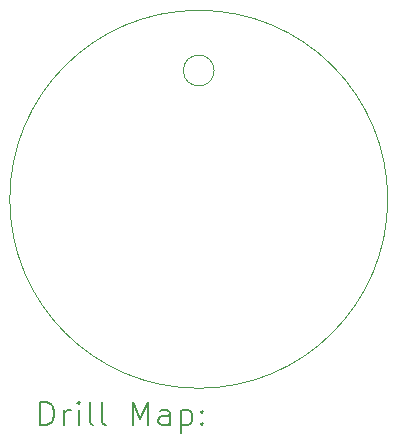
<source format=gbr>
%TF.GenerationSoftware,KiCad,Pcbnew,7.0.7*%
%TF.CreationDate,2024-03-31T22:15:52-04:00*%
%TF.ProjectId,battery_leds,62617474-6572-4795-9f6c-6564732e6b69,rev?*%
%TF.SameCoordinates,Original*%
%TF.FileFunction,Drillmap*%
%TF.FilePolarity,Positive*%
%FSLAX45Y45*%
G04 Gerber Fmt 4.5, Leading zero omitted, Abs format (unit mm)*
G04 Created by KiCad (PCBNEW 7.0.7) date 2024-03-31 22:15:52*
%MOMM*%
%LPD*%
G01*
G04 APERTURE LIST*
%ADD10C,0.050000*%
%ADD11C,0.200000*%
G04 APERTURE END LIST*
D10*
X21430000Y-8230000D02*
G75*
G03*
X21430000Y-8230000I-130000J0D01*
G01*
X22900000Y-9320000D02*
G75*
G03*
X22900000Y-9320000I-1600000J0D01*
G01*
D11*
X19958277Y-11233984D02*
X19958277Y-11033984D01*
X19958277Y-11033984D02*
X20005896Y-11033984D01*
X20005896Y-11033984D02*
X20034467Y-11043508D01*
X20034467Y-11043508D02*
X20053515Y-11062555D01*
X20053515Y-11062555D02*
X20063039Y-11081603D01*
X20063039Y-11081603D02*
X20072563Y-11119698D01*
X20072563Y-11119698D02*
X20072563Y-11148270D01*
X20072563Y-11148270D02*
X20063039Y-11186365D01*
X20063039Y-11186365D02*
X20053515Y-11205412D01*
X20053515Y-11205412D02*
X20034467Y-11224460D01*
X20034467Y-11224460D02*
X20005896Y-11233984D01*
X20005896Y-11233984D02*
X19958277Y-11233984D01*
X20158277Y-11233984D02*
X20158277Y-11100650D01*
X20158277Y-11138746D02*
X20167801Y-11119698D01*
X20167801Y-11119698D02*
X20177324Y-11110174D01*
X20177324Y-11110174D02*
X20196372Y-11100650D01*
X20196372Y-11100650D02*
X20215420Y-11100650D01*
X20282086Y-11233984D02*
X20282086Y-11100650D01*
X20282086Y-11033984D02*
X20272563Y-11043508D01*
X20272563Y-11043508D02*
X20282086Y-11053031D01*
X20282086Y-11053031D02*
X20291610Y-11043508D01*
X20291610Y-11043508D02*
X20282086Y-11033984D01*
X20282086Y-11033984D02*
X20282086Y-11053031D01*
X20405896Y-11233984D02*
X20386848Y-11224460D01*
X20386848Y-11224460D02*
X20377324Y-11205412D01*
X20377324Y-11205412D02*
X20377324Y-11033984D01*
X20510658Y-11233984D02*
X20491610Y-11224460D01*
X20491610Y-11224460D02*
X20482086Y-11205412D01*
X20482086Y-11205412D02*
X20482086Y-11033984D01*
X20739229Y-11233984D02*
X20739229Y-11033984D01*
X20739229Y-11033984D02*
X20805896Y-11176841D01*
X20805896Y-11176841D02*
X20872563Y-11033984D01*
X20872563Y-11033984D02*
X20872563Y-11233984D01*
X21053515Y-11233984D02*
X21053515Y-11129222D01*
X21053515Y-11129222D02*
X21043991Y-11110174D01*
X21043991Y-11110174D02*
X21024944Y-11100650D01*
X21024944Y-11100650D02*
X20986848Y-11100650D01*
X20986848Y-11100650D02*
X20967801Y-11110174D01*
X21053515Y-11224460D02*
X21034467Y-11233984D01*
X21034467Y-11233984D02*
X20986848Y-11233984D01*
X20986848Y-11233984D02*
X20967801Y-11224460D01*
X20967801Y-11224460D02*
X20958277Y-11205412D01*
X20958277Y-11205412D02*
X20958277Y-11186365D01*
X20958277Y-11186365D02*
X20967801Y-11167317D01*
X20967801Y-11167317D02*
X20986848Y-11157793D01*
X20986848Y-11157793D02*
X21034467Y-11157793D01*
X21034467Y-11157793D02*
X21053515Y-11148270D01*
X21148753Y-11100650D02*
X21148753Y-11300650D01*
X21148753Y-11110174D02*
X21167801Y-11100650D01*
X21167801Y-11100650D02*
X21205896Y-11100650D01*
X21205896Y-11100650D02*
X21224944Y-11110174D01*
X21224944Y-11110174D02*
X21234467Y-11119698D01*
X21234467Y-11119698D02*
X21243991Y-11138746D01*
X21243991Y-11138746D02*
X21243991Y-11195888D01*
X21243991Y-11195888D02*
X21234467Y-11214936D01*
X21234467Y-11214936D02*
X21224944Y-11224460D01*
X21224944Y-11224460D02*
X21205896Y-11233984D01*
X21205896Y-11233984D02*
X21167801Y-11233984D01*
X21167801Y-11233984D02*
X21148753Y-11224460D01*
X21329705Y-11214936D02*
X21339229Y-11224460D01*
X21339229Y-11224460D02*
X21329705Y-11233984D01*
X21329705Y-11233984D02*
X21320182Y-11224460D01*
X21320182Y-11224460D02*
X21329705Y-11214936D01*
X21329705Y-11214936D02*
X21329705Y-11233984D01*
X21329705Y-11110174D02*
X21339229Y-11119698D01*
X21339229Y-11119698D02*
X21329705Y-11129222D01*
X21329705Y-11129222D02*
X21320182Y-11119698D01*
X21320182Y-11119698D02*
X21329705Y-11110174D01*
X21329705Y-11110174D02*
X21329705Y-11129222D01*
M02*

</source>
